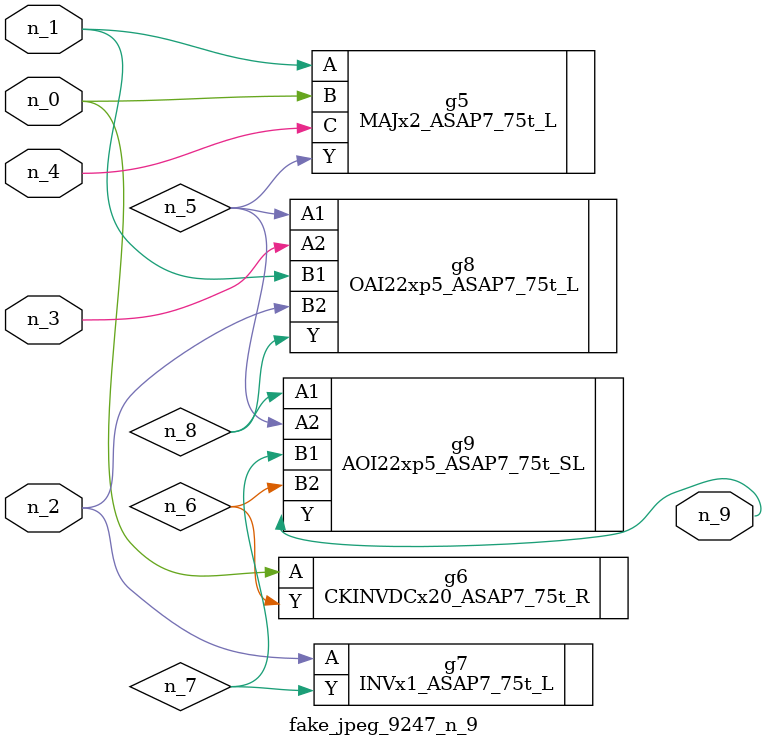
<source format=v>
module fake_jpeg_9247_n_9 (n_3, n_2, n_1, n_0, n_4, n_9);

input n_3;
input n_2;
input n_1;
input n_0;
input n_4;

output n_9;

wire n_8;
wire n_6;
wire n_5;
wire n_7;

MAJx2_ASAP7_75t_L g5 ( 
.A(n_1),
.B(n_0),
.C(n_4),
.Y(n_5)
);

CKINVDCx20_ASAP7_75t_R g6 ( 
.A(n_0),
.Y(n_6)
);

INVx1_ASAP7_75t_L g7 ( 
.A(n_2),
.Y(n_7)
);

OAI22xp5_ASAP7_75t_L g8 ( 
.A1(n_5),
.A2(n_3),
.B1(n_1),
.B2(n_2),
.Y(n_8)
);

AOI22xp5_ASAP7_75t_SL g9 ( 
.A1(n_8),
.A2(n_5),
.B1(n_7),
.B2(n_6),
.Y(n_9)
);


endmodule
</source>
